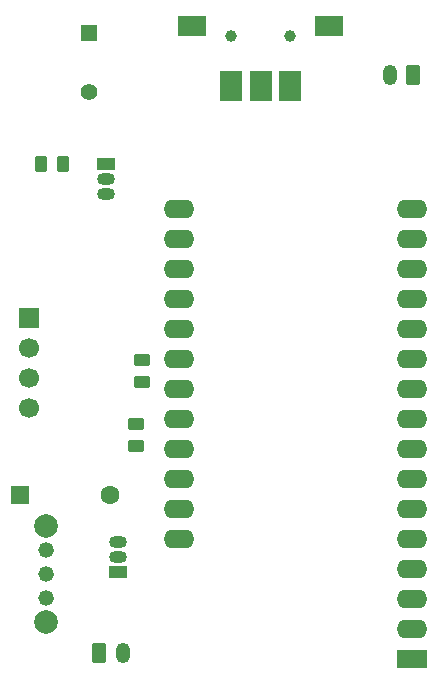
<source format=gts>
G04 #@! TF.GenerationSoftware,KiCad,Pcbnew,9.0.2*
G04 #@! TF.CreationDate,2025-06-13T16:41:38+02:00*
G04 #@! TF.ProjectId,SenseMatePCB,53656e73-654d-4617-9465-5043422e6b69,rev?*
G04 #@! TF.SameCoordinates,Original*
G04 #@! TF.FileFunction,Soldermask,Top*
G04 #@! TF.FilePolarity,Negative*
%FSLAX46Y46*%
G04 Gerber Fmt 4.6, Leading zero omitted, Abs format (unit mm)*
G04 Created by KiCad (PCBNEW 9.0.2) date 2025-06-13 16:41:38*
%MOMM*%
%LPD*%
G01*
G04 APERTURE LIST*
G04 Aperture macros list*
%AMRoundRect*
0 Rectangle with rounded corners*
0 $1 Rounding radius*
0 $2 $3 $4 $5 $6 $7 $8 $9 X,Y pos of 4 corners*
0 Add a 4 corners polygon primitive as box body*
4,1,4,$2,$3,$4,$5,$6,$7,$8,$9,$2,$3,0*
0 Add four circle primitives for the rounded corners*
1,1,$1+$1,$2,$3*
1,1,$1+$1,$4,$5*
1,1,$1+$1,$6,$7*
1,1,$1+$1,$8,$9*
0 Add four rect primitives between the rounded corners*
20,1,$1+$1,$2,$3,$4,$5,0*
20,1,$1+$1,$4,$5,$6,$7,0*
20,1,$1+$1,$6,$7,$8,$9,0*
20,1,$1+$1,$8,$9,$2,$3,0*%
G04 Aperture macros list end*
%ADD10C,1.000000*%
%ADD11R,1.950000X2.600000*%
%ADD12R,1.900000X2.600000*%
%ADD13R,2.400000X1.700000*%
%ADD14RoundRect,0.250000X0.450000X-0.262500X0.450000X0.262500X-0.450000X0.262500X-0.450000X-0.262500X0*%
%ADD15RoundRect,0.250000X-0.550000X-0.550000X0.550000X-0.550000X0.550000X0.550000X-0.550000X0.550000X0*%
%ADD16C,1.600000*%
%ADD17C,1.320800*%
%ADD18C,2.006600*%
%ADD19RoundRect,0.250000X0.262500X0.450000X-0.262500X0.450000X-0.262500X-0.450000X0.262500X-0.450000X0*%
%ADD20RoundRect,0.250000X1.050000X0.550000X-1.050000X0.550000X-1.050000X-0.550000X1.050000X-0.550000X0*%
%ADD21O,2.600000X1.600000*%
%ADD22RoundRect,0.250000X-0.350000X-0.625000X0.350000X-0.625000X0.350000X0.625000X-0.350000X0.625000X0*%
%ADD23O,1.200000X1.750000*%
%ADD24R,1.500000X1.050000*%
%ADD25O,1.500000X1.050000*%
%ADD26RoundRect,0.250000X-0.450000X0.262500X-0.450000X-0.262500X0.450000X-0.262500X0.450000X0.262500X0*%
%ADD27R,1.422400X1.422400*%
%ADD28C,1.422400*%
%ADD29RoundRect,0.250000X0.350000X0.625000X-0.350000X0.625000X-0.350000X-0.625000X0.350000X-0.625000X0*%
%ADD30R,1.700000X1.700000*%
%ADD31C,1.700000*%
G04 APERTURE END LIST*
D10*
X100100000Y-52650000D03*
X105100000Y-52650000D03*
D11*
X100075000Y-56850000D03*
D12*
X105100000Y-56850000D03*
D13*
X96800000Y-51800000D03*
X108400000Y-51800000D03*
D12*
X102600000Y-56850000D03*
D14*
X92000000Y-87325000D03*
X92000000Y-85500000D03*
D15*
X82190000Y-91500000D03*
D16*
X89810000Y-91500000D03*
D17*
X84400000Y-96199999D03*
X84400000Y-98199999D03*
X84400000Y-100200000D03*
D18*
X84400000Y-94100000D03*
X84400000Y-102299998D03*
D19*
X85812500Y-63500000D03*
X83987500Y-63500000D03*
D20*
X115413900Y-105417001D03*
D21*
X115413900Y-102877001D03*
X115413900Y-100337001D03*
X115413900Y-97797001D03*
X115413900Y-95257001D03*
X115413900Y-92717001D03*
X115413900Y-90177001D03*
X115413900Y-87637001D03*
X115413900Y-85097001D03*
X115413900Y-82557001D03*
X115413900Y-80017001D03*
X115413900Y-77477001D03*
X115413900Y-74937001D03*
X115413900Y-72397001D03*
X115413900Y-69857001D03*
X115413900Y-67317001D03*
X95693900Y-67317001D03*
X95693900Y-69857001D03*
X95693900Y-72397001D03*
X95693900Y-74937001D03*
X95693900Y-77477001D03*
X95693900Y-80017001D03*
X95693900Y-82557001D03*
X95693900Y-85097001D03*
X95693900Y-87637001D03*
X95693900Y-90177001D03*
X95693900Y-92717001D03*
X95693900Y-95257001D03*
D22*
X88900000Y-104900000D03*
D23*
X90900000Y-104900000D03*
D24*
X90500000Y-98000000D03*
D25*
X90500000Y-96730000D03*
X90500000Y-95460000D03*
D26*
X92500000Y-80087500D03*
X92500000Y-81912500D03*
D24*
X89500000Y-63500000D03*
D25*
X89500000Y-64770000D03*
X89500000Y-66040000D03*
D27*
X88000000Y-52400000D03*
D28*
X88000000Y-57400000D03*
D29*
X115500000Y-55950000D03*
D23*
X113500000Y-55950000D03*
D30*
X83000000Y-76500000D03*
D31*
X83000000Y-79040000D03*
X83000000Y-81580000D03*
X83000000Y-84120000D03*
M02*

</source>
